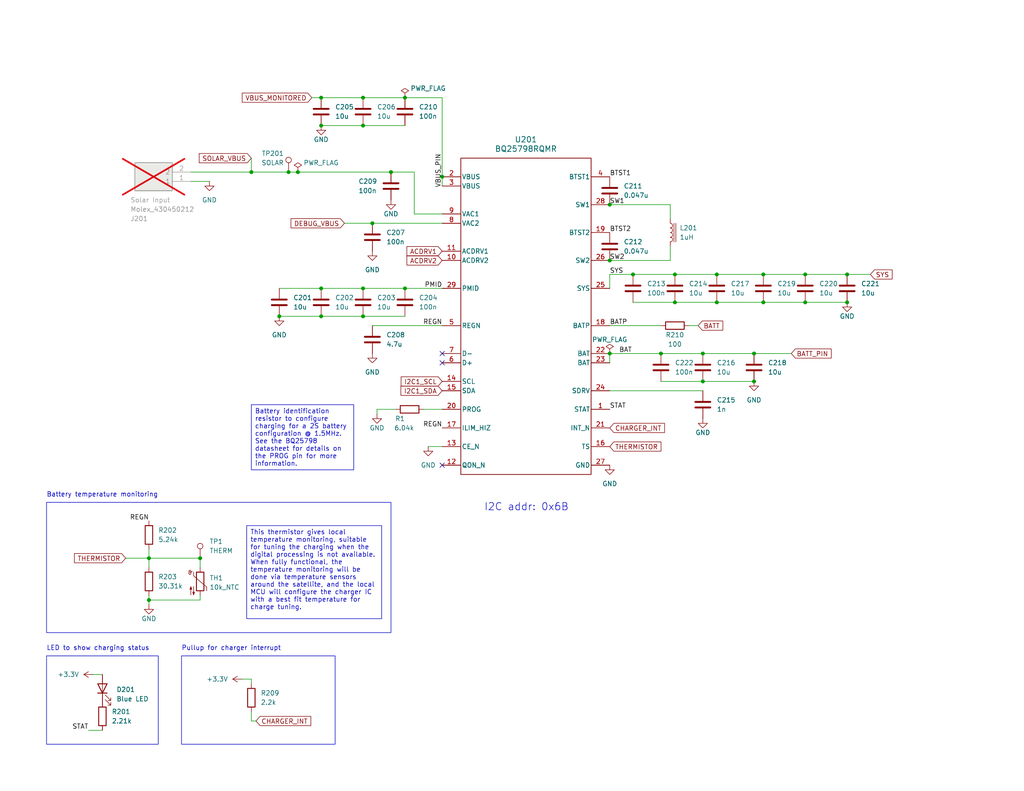
<source format=kicad_sch>
(kicad_sch (version 20230121) (generator eeschema)
  (paper "USLetter")
  (lib_symbols
    (symbol "Device:C" (pin_numbers hide) (pin_names (offset 0.254))
      (property "Reference" "C" (at 0.635 2.54 0))
      (property "Value" "C" (at 0.635 -2.54 0))
      (symbol "C_0_1"
        (polyline (pts (xy -2.032 -0.762) (xy 2.032 -0.762)) (stroke (width 0.508)))
        (polyline (pts (xy -2.032 0.762) (xy 2.032 0.762)) (stroke (width 0.508)))
      )
      (symbol "C_1_1"
        (pin passive line (at 0 3.81 270) (length 2.794) (name "~") (number "1"))
        (pin passive line (at 0 -3.81 90) (length 2.794) (name "~") (number "2"))
      )
    )
    (symbol "Device:LED" (pin_numbers hide) (pin_names (offset 1.016) hide)
      (property "Reference" "D" (at 0 2.54 0))
      (property "Value" "LED" (at 0 -2.54 0))
      (symbol "LED_0_1"
        (polyline (pts (xy -1.27 -1.27) (xy -1.27 1.27)) (stroke (width 0.254)))
        (polyline (pts (xy -1.27 0) (xy 1.27 0)))
        (polyline (pts (xy 1.27 -1.27) (xy 1.27 1.27) (xy -1.27 0) (xy 1.27 -1.27)) (stroke (width 0.254)))
        (polyline (pts (xy -3.048 -0.762) (xy -4.572 -2.286) (xy -3.81 -2.286) (xy -4.572 -2.286) (xy -4.572 -1.524)))
        (polyline (pts (xy -1.778 -0.762) (xy -3.302 -2.286) (xy -2.54 -2.286) (xy -3.302 -2.286) (xy -3.302 -1.524)))
      )
      (symbol "LED_1_1"
        (pin passive line (at -3.81 0 0) (length 2.54) (name "K") (number "1"))
        (pin passive line (at 3.81 0 180) (length 2.54) (name "A") (number "2"))
      )
    )
    (symbol "Device:L_Iron" (pin_numbers hide) (pin_names (offset 1.016) hide)
      (property "Reference" "L" (at -1.27 0 90))
      (property "Value" "L_Iron" (at 2.794 0 90))
      (symbol "L_Iron_0_1"
        (arc (start 0 -2.54) (mid 0.6323 -1.905) (end 0 -1.27))
        (arc (start 0 -1.27) (mid 0.6323 -0.635) (end 0 0))
        (polyline (pts (xy 1.016 2.54) (xy 1.016 -2.54)))
        (polyline (pts (xy 1.524 -2.54) (xy 1.524 2.54)))
        (arc (start 0 0) (mid 0.6323 0.635) (end 0 1.27))
        (arc (start 0 1.27) (mid 0.6323 1.905) (end 0 2.54))
      )
      (symbol "L_Iron_1_1"
        (pin passive line (at 0 3.81 270) (length 1.27) (name "1") (number "1"))
        (pin passive line (at 0 -3.81 90) (length 1.27) (name "2") (number "2"))
      )
    )
    (symbol "Device:R" (pin_numbers hide) (pin_names (offset 0))
      (property "Reference" "R" (at 2.032 0 90))
      (property "Value" "R" (at 0 0 90))
      (symbol "R_0_1"
        (rectangle (start -1.016 -2.54) (end 1.016 2.54) (stroke (width 0.254)))
      )
      (symbol "R_1_1"
        (pin passive line (at 0 3.81 270) (length 1.27) (name "~") (number "1"))
        (pin passive line (at 0 -3.81 90) (length 1.27) (name "~") (number "2"))
      )
    )
    (symbol "Device:Thermistor_NTC" (pin_numbers hide) (pin_names (offset 0))
      (property "Reference" "TH" (at -4.445 0 90))
      (property "Value" "Thermistor_NTC" (at 3.175 0 90))
      (symbol "Thermistor_NTC_0_1"
        (arc (start -3.048 2.159) (mid -3.0495 2.3143) (end -3.175 2.413))
        (arc (start -3.048 2.159) (mid -2.9736 1.9794) (end -2.794 1.905))
        (arc (start -3.048 2.794) (mid -2.9736 2.6144) (end -2.794 2.54))
        (arc (start -2.794 1.905) (mid -2.6144 1.9794) (end -2.54 2.159))
        (arc (start -2.794 2.54) (mid -2.4393 2.5587) (end -2.159 2.794))
        (arc (start -2.794 3.048) (mid -2.9736 2.9736) (end -3.048 2.794))
        (arc (start -2.54 2.794) (mid -2.6144 2.9736) (end -2.794 3.048))
        (rectangle (start -1.016 2.54) (end 1.016 -2.54) (stroke (width 0.254)))
        (polyline (pts (xy -2.54 2.159) (xy -2.54 2.794)))
        (polyline (pts (xy -1.778 2.54) (xy -1.778 1.524) (xy 1.778 -1.524) (xy 1.778 -2.54)))
        (polyline (pts (xy -2.54 -3.683) (xy -2.54 -1.397) (xy -2.794 -2.159) (xy -2.286 -2.159) (xy -2.54 -1.397) (xy -2.54 -1.651)) (fill (type outline)))
        (polyline (pts (xy -1.778 -1.397) (xy -1.778 -3.683) (xy -2.032 -2.921) (xy -1.524 -2.921) (xy -1.778 -3.683) (xy -1.778 -3.429)) (fill (type outline)))
      )
      (symbol "Thermistor_NTC_1_1"
        (pin passive line (at 0 3.81 270) (length 1.27) (name "~") (number "1"))
        (pin passive line (at 0 -3.81 90) (length 1.27) (name "~") (number "2"))
      )
    )
    (symbol "JST B02B-XASK-1 (LF)(SN):B02B-XASK-1__LF__SN_"
      (property "Reference" "J" (at 16.51 7.62 0))
      (property "Value" "B02B-XASK-1__LF__SN_" (at 16.51 5.08 0))
      (symbol "B02B-XASK-1__LF__SN__1_1"
        (rectangle (start 5.08 2.54) (end 15.24 -5.08) (stroke (width 0.254)) (fill (type background)))
        (pin passive line (at 0 -2.54 0) (length 5.08) (name "1") (number "1"))
        (pin passive line (at 0 0 0) (length 5.08) (name "2") (number "2"))
      )
    )
    (symbol "TI BQ25798:BQ25798RQMR" (pin_names (offset 0.254))
      (property "Reference" "U" (at 0 2.54 0))
      (property "Value" "BQ25798RQMR" (at 0 0 0))
      (symbol "BQ25798RQMR_0_1"
        (polyline (pts (xy 5.08 -81.28) (xy 40.64 -81.28)) (stroke (width 0.2032)))
        (polyline (pts (xy 5.08 5.08) (xy 5.08 -81.28)) (stroke (width 0.2032)))
        (polyline (pts (xy 40.64 -81.28) (xy 40.64 5.08)) (stroke (width 0.2032)))
        (polyline (pts (xy 40.64 5.08) (xy 5.08 5.08)) (stroke (width 0.2032)))
        (pin output line (at 45.72 -63.5 180) (length 5.08) (name "STAT") (number "1"))
        (pin input line (at 0 -78.74 0) (length 5.08) (name "QON_N") (number "12"))
        (pin input line (at 0 -73.66 0) (length 5.08) (name "CE_N") (number "13"))
        (pin input line (at 0 -55.88 0) (length 5.08) (name "SCL") (number "14"))
        (pin bidirectional line (at 0 -58.42 0) (length 5.08) (name "SDA") (number "15"))
        (pin input line (at 45.72 -73.66 180) (length 5.08) (name "TS") (number "16"))
        (pin input line (at 0 -68.58 0) (length 5.08) (name "ILIM_HIZ") (number "17"))
        (pin input line (at 45.72 -40.64 180) (length 5.08) (name "BATP") (number "18"))
        (pin bidirectional line (at 45.72 -15.24 180) (length 5.08) (name "BTST2") (number "19"))
        (pin power_in line (at 0 0 0) (length 5.08) (name "VBUS") (number "2"))
        (pin input line (at 0 -63.5 0) (length 5.08) (name "PROG") (number "20"))
        (pin output line (at 45.72 -68.58 180) (length 5.08) (name "INT_N") (number "21"))
        (pin output line (at 45.72 -58.42 180) (length 5.08) (name "SDRV") (number "24"))
        (pin bidirectional line (at 45.72 -22.86 180) (length 5.08) (name "SW2") (number "26"))
        (pin power_in line (at 45.72 -78.74 180) (length 5.08) (name "GND") (number "27"))
        (pin bidirectional line (at 45.72 -7.62 180) (length 5.08) (name "SW1") (number "28"))
        (pin bidirectional line (at 0 -30.48 0) (length 5.08) (name "PMID") (number "29"))
        (pin power_in line (at 0 -2.54 0) (length 5.08) (name "VBUS") (number "3"))
        (pin bidirectional line (at 45.72 0 180) (length 5.08) (name "BTST1") (number "4"))
        (pin power_out line (at 0 -40.64 0) (length 5.08) (name "REGN") (number "5"))
        (pin bidirectional line (at 0 -50.8 0) (length 5.08) (name "D+") (number "6"))
        (pin bidirectional line (at 0 -48.26 0) (length 5.08) (name "D-") (number "7"))
        (pin power_in line (at 0 -12.7 0) (length 5.08) (name "VAC2") (number "8"))
        (pin power_in line (at 0 -10.16 0) (length 5.08) (name "VAC1") (number "9"))
      )
      (symbol "BQ25798RQMR_1_1"
        (pin output line (at 0 -22.86 0) (length 5.08) (name "ACDRV2") (number "10"))
        (pin output line (at 0 -20.32 0) (length 5.08) (name "ACDRV1") (number "11"))
        (pin power_in line (at 45.72 -48.26 180) (length 5.08) (name "BAT") (number "22"))
        (pin power_in line (at 45.72 -50.8 180) (length 5.08) (name "BAT") (number "23"))
        (pin power_out line (at 45.72 -30.48 180) (length 5.08) (name "SYS") (number "25"))
      )
    )
    (symbol "TVSC:Large_Decoupling_Capacitor" (pin_numbers hide) (pin_names (offset 0.254))
      (property "Reference" "C" (at 0.635 2.54 0))
      (property "Value" "10u" (at 0.635 -2.54 0))
      (symbol "Large_Decoupling_Capacitor_0_1"
        (polyline (pts (xy -2.032 -0.762) (xy 2.032 -0.762)) (stroke (width 0.508)))
        (polyline (pts (xy -2.032 0.762) (xy 2.032 0.762)) (stroke (width 0.508)))
      )
      (symbol "Large_Decoupling_Capacitor_1_1"
        (pin passive line (at 0 3.81 270) (length 2.794) (name "~") (number "1"))
        (pin passive line (at 0 -3.81 90) (length 2.794) (name "~") (number "2"))
      )
    )
    (symbol "TVSC:Small_Decoupling_Capacitor" (pin_numbers hide) (pin_names (offset 0.254))
      (property "Reference" "C" (at 0.635 2.54 0))
      (property "Value" "100n" (at 0.635 -2.54 0))
      (symbol "Small_Decoupling_Capacitor_0_1"
        (polyline (pts (xy -2.032 -0.762) (xy 2.032 -0.762)) (stroke (width 0.508)))
        (polyline (pts (xy -2.032 0.762) (xy 2.032 0.762)) (stroke (width 0.508)))
      )
      (symbol "Small_Decoupling_Capacitor_1_1"
        (pin passive line (at 0 3.81 270) (length 2.794) (name "~") (number "1"))
        (pin passive line (at 0 -3.81 90) (length 2.794) (name "~") (number "2"))
      )
    )
    (symbol "TVSC:TestPoint_Keystone_5002" (pin_numbers hide) (pin_names (offset 0.762) hide)
      (property "Reference" "TP" (at 0 6.858 0))
      (property "Value" "TestPoint" (at 0 5.08 0))
      (symbol "TestPoint_Keystone_5002_0_1"
        (circle (center 0 3.302) (radius 0.762))
      )
      (symbol "TestPoint_Keystone_5002_1_1"
        (pin passive line (at 0 0 90) (length 2.54) (name "1") (number "1"))
      )
    )
    (symbol "power:+3.3V" (power) (pin_names (offset 0))
      (property "Value" "+3.3V" (at 0 3.556 0))
      (symbol "+3.3V_0_1"
        (polyline (pts (xy -0.762 1.27) (xy 0 2.54)))
        (polyline (pts (xy 0 0) (xy 0 2.54)))
        (polyline (pts (xy 0 2.54) (xy 0.762 1.27)))
      )
      (symbol "+3.3V_1_1"
        (pin power_in line (at 0 0 90) (length 0) hide (name "+3.3V") (number "1"))
      )
    )
    (symbol "power:GND" (power) (pin_names (offset 0))
      (property "Value" "GND" (at 0 -3.81 0))
      (symbol "GND_0_1"
        (polyline (pts (xy 0 0) (xy 0 -1.27) (xy 1.27 -1.27) (xy 0 -2.54) (xy -1.27 -1.27) (xy 0 -1.27)))
      )
      (symbol "GND_1_1"
        (pin power_in line (at 0 0 270) (length 0) hide (name "GND") (number "1"))
      )
    )
    (symbol "power:PWR_FLAG" (power) (pin_numbers hide) (pin_names (offset 0) hide)
      (property "Value" "PWR_FLAG" (at 0 3.81 0))
      (symbol "PWR_FLAG_0_0"
        (pin power_out line (at 0 0 90) (length 0) (name "pwr") (number "1"))
      )
      (symbol "PWR_FLAG_0_1"
        (polyline (pts (xy 0 0) (xy 0 1.27) (xy -1.016 1.905) (xy 0 2.54) (xy 1.016 1.905) (xy 0 1.27)))
      )
    )
  )
  (junction (at 87.63 86.36))
  (junction (at 99.06 34.29))
  (junction (at 110.49 78.74))
  (junction (at 40.64 163.83))
  (junction (at 195.58 74.93))
  (junction (at 99.06 26.67))
  (junction (at 54.61 152.4))
  (junction (at 205.74 104.14))
  (junction (at 99.06 86.36))
  (junction (at 219.71 82.55))
  (junction (at 231.14 82.55))
  (junction (at 231.14 74.93))
  (junction (at 68.58 46.99))
  (junction (at 110.49 26.67))
  (junction (at 208.28 74.93))
  (junction (at 184.15 82.55))
  (junction (at 99.06 78.74))
  (junction (at 87.63 78.74))
  (junction (at 166.37 96.52))
  (junction (at 87.63 34.29))
  (junction (at 205.74 96.52))
  (junction (at 172.72 74.93))
  (junction (at 166.37 71.12))
  (junction (at 120.65 48.26))
  (junction (at 76.2 86.36))
  (junction (at 81.28 46.99))
  (junction (at 40.64 152.4))
  (junction (at 219.71 74.93))
  (junction (at 166.37 55.88))
  (junction (at 180.34 96.52))
  (junction (at 106.68 46.99))
  (junction (at 101.6 60.96))
  (junction (at 78.74 46.99))
  (junction (at 184.15 74.93))
  (junction (at 191.77 96.52))
  (junction (at 87.63 26.67))
  (junction (at 195.58 82.55))
  (junction (at 191.77 104.14))
  (junction (at 208.28 82.55))
  (no_connect (at 120.65 99.06))
  (no_connect (at 120.65 96.52))
  (no_connect (at 120.65 127))
  (wire (pts (xy 40.64 149.86) (xy 40.64 152.4)))
  (wire (pts (xy 180.34 88.9) (xy 166.37 88.9)))
  (wire (pts (xy 76.2 78.74) (xy 87.63 78.74)))
  (wire (pts (xy 182.88 59.69) (xy 182.88 55.88)))
  (wire (pts (xy 99.06 26.67) (xy 110.49 26.67)))
  (wire (pts (xy 87.63 78.74) (xy 99.06 78.74)))
  (wire (pts (xy 208.28 82.55) (xy 219.71 82.55)))
  (wire (pts (xy 110.49 78.74) (xy 120.65 78.74)))
  (wire (pts (xy 205.74 96.52) (xy 215.9 96.52)))
  (wire (pts (xy 116.84 121.92) (xy 120.65 121.92)))
  (wire (pts (xy 40.64 152.4) (xy 40.64 154.94)))
  (wire (pts (xy 54.61 162.56) (xy 54.61 163.83)))
  (wire (pts (xy 180.34 96.52) (xy 191.77 96.52)))
  (wire (pts (xy 87.63 34.29) (xy 99.06 34.29)))
  (wire (pts (xy 93.98 60.96) (xy 101.6 60.96)))
  (wire (pts (xy 219.71 74.93) (xy 231.14 74.93)))
  (wire (pts (xy 40.64 162.56) (xy 40.64 163.83)))
  (wire (pts (xy 102.87 113.03) (xy 102.87 111.76)))
  (wire (pts (xy 68.58 43.18) (xy 68.58 46.99)))
  (wire (pts (xy 87.63 86.36) (xy 99.06 86.36)))
  (wire (pts (xy 120.65 48.26) (xy 120.65 50.8)))
  (wire (pts (xy 219.71 82.55) (xy 231.14 82.55)))
  (wire (pts (xy 231.14 74.93) (xy 237.49 74.93)))
  (wire (pts (xy 99.06 34.29) (xy 110.49 34.29)))
  (wire (pts (xy 166.37 71.12) (xy 182.88 71.12)))
  (wire (pts (xy 166.37 74.93) (xy 166.37 78.74)))
  (wire (pts (xy 115.57 111.76) (xy 120.65 111.76)))
  (wire (pts (xy 184.15 82.55) (xy 195.58 82.55)))
  (wire (pts (xy 184.15 74.93) (xy 195.58 74.93)))
  (wire (pts (xy 99.06 78.74) (xy 110.49 78.74)))
  (wire (pts (xy 34.29 152.4) (xy 40.64 152.4)))
  (wire (pts (xy 52.07 46.99) (xy 68.58 46.99)))
  (wire (pts (xy 81.28 46.99) (xy 106.68 46.99)))
  (wire (pts (xy 101.6 60.96) (xy 120.65 60.96)))
  (wire (pts (xy 78.74 46.99) (xy 81.28 46.99)))
  (wire (pts (xy 166.37 96.52) (xy 166.37 99.06)))
  (wire (pts (xy 66.04 185.42) (xy 68.58 185.42)))
  (wire (pts (xy 69.85 196.85) (xy 68.58 196.85)))
  (wire (pts (xy 110.49 26.67) (xy 120.65 26.67)))
  (wire (pts (xy 102.87 111.76) (xy 107.95 111.76)))
  (wire (pts (xy 180.34 104.14) (xy 191.77 104.14)))
  (wire (pts (xy 68.58 196.85) (xy 68.58 194.31)))
  (wire (pts (xy 68.58 185.42) (xy 68.58 186.69)))
  (wire (pts (xy 113.03 46.99) (xy 113.03 58.42)))
  (wire (pts (xy 40.64 163.83) (xy 40.64 165.1)))
  (wire (pts (xy 191.77 96.52) (xy 205.74 96.52)))
  (wire (pts (xy 99.06 86.36) (xy 110.49 86.36)))
  (wire (pts (xy 76.2 86.36) (xy 87.63 86.36)))
  (wire (pts (xy 106.68 46.99) (xy 113.03 46.99)))
  (wire (pts (xy 40.64 152.4) (xy 54.61 152.4)))
  (wire (pts (xy 101.6 88.9) (xy 120.65 88.9)))
  (wire (pts (xy 52.07 49.53) (xy 57.15 49.53)))
  (wire (pts (xy 68.58 46.99) (xy 78.74 46.99)))
  (wire (pts (xy 208.28 74.93) (xy 219.71 74.93)))
  (wire (pts (xy 54.61 154.94) (xy 54.61 152.4)))
  (wire (pts (xy 195.58 82.55) (xy 208.28 82.55)))
  (wire (pts (xy 166.37 96.52) (xy 180.34 96.52)))
  (wire (pts (xy 54.61 163.83) (xy 40.64 163.83)))
  (wire (pts (xy 24.13 199.39) (xy 27.94 199.39)))
  (wire (pts (xy 166.37 106.68) (xy 191.77 106.68)))
  (wire (pts (xy 85.09 26.67) (xy 87.63 26.67)))
  (wire (pts (xy 187.96 88.9) (xy 190.5 88.9)))
  (wire (pts (xy 120.65 26.67) (xy 120.65 48.26)))
  (wire (pts (xy 182.88 67.31) (xy 182.88 71.12)))
  (wire (pts (xy 195.58 74.93) (xy 208.28 74.93)))
  (wire (pts (xy 172.72 74.93) (xy 184.15 74.93)))
  (wire (pts (xy 191.77 104.14) (xy 205.74 104.14)))
  (wire (pts (xy 161.29 96.52) (xy 166.37 96.52)))
  (wire (pts (xy 166.37 74.93) (xy 172.72 74.93)))
  (wire (pts (xy 113.03 58.42) (xy 120.65 58.42)))
  (wire (pts (xy 25.4 184.15) (xy 27.94 184.15)))
  (wire (pts (xy 87.63 26.67) (xy 99.06 26.67)))
  (wire (pts (xy 166.37 55.88) (xy 182.88 55.88)))
  (wire (pts (xy 172.72 82.55) (xy 184.15 82.55)))
  (rectangle (start 12.7 179.07) (end 43.18 203.2))
  (rectangle (start 12.7 137.16) (end 106.68 172.72))
  (rectangle (start 49.53 179.07) (end 91.44 203.2))
  (rectangle (start 295.91 157.48) (end 295.91 157.48))
  (text_box "Battery identification resistor to configure charging for a 2S battery configuration @ 1.5MHz. See the BQ25798 datasheet for details on the PROG pin for more information." (at 68.58 110.49 0) (size 27.94 17.78) (effects (font (size 1.27 1.27)) (justify left top)))
  (text_box "This thermistor gives local temperature monitoring, suitable for tuning the charging when the digital processing is not available. When fully functional, the temperature monitoring will be done via temperature sensors around the satellite, and the local MCU will configure the charger IC with a best fit temperature for charge tuning." (at 67.31 143.51 0) (size 36.83 25.4) (effects (font (size 1.27 1.27)) (justify left top)))
  (text "Pullup for charger interrupt" (at 49.53 177.8 0) (effects (font (size 1.27 1.27)) (justify left bottom)))
  (text "Battery temperature monitoring" (at 12.7 135.89 0) (effects (font (size 1.27 1.27)) (justify left bottom)))
  (text "I2C addr: 0x6B" (at 132.08 139.7 0) (effects (font (size 2 2)) (justify left bottom)))
  (text "LED to show charging status" (at 12.7 177.8 0) (effects (font (size 1.27 1.27)) (justify left bottom)))
  (label "REGN" (at 120.65 88.9 180))
  (label "STAT" (at 24.13 199.39 180))
  (label "VBUS_PIN" (at 120.65 41.91 270))
  (label "BAT" (at 168.91 96.52 0))
  (label "PMID" (at 120.65 78.74 180))
  (label "SW1" (at 166.37 55.88 0))
  (label "BATP" (at 166.37 88.9 0))
  (label "BTST2" (at 166.37 63.5 0))
  (label "STAT" (at 166.37 111.76 0))
  (label "REGN" (at 120.65 116.84 180))
  (label "SW2" (at 166.37 71.12 0))
  (label "SYS" (at 166.37 74.93 0))
  (label "BTST1" (at 166.37 48.26 0))
  (label "REGN" (at 40.64 142.24 180))
  (global_label "SYS" (shape input) (at 237.49 74.93 0) (property "Intersheetrefs" "${INTERSHEET_REFS}" (at 243.9828 74.93 0) (effects (justify left))))
  (global_label "DEBUG_VBUS" (shape input) (at 93.98 60.96 180) (property "Intersheetrefs" "${INTERSHEET_REFS}" (at 78.8391 60.96 0) (effects (justify right))))
  (global_label "ACDRV2" (shape input) (at 120.65 71.12 180) (property "Intersheetrefs" "${INTERSHEET_REFS}" (at 110.4681 71.12 0) (effects (justify right))))
  (global_label "THERMISTOR" (shape input) (at 34.29 152.4 180) (property "Intersheetrefs" "${INTERSHEET_REFS}" (at 19.7539 152.4 0) (effects (justify right))))
  (global_label "ACDRV1" (shape input) (at 120.65 68.58 180) (property "Intersheetrefs" "${INTERSHEET_REFS}" (at 110.4681 68.58 0) (effects (justify right))))
  (global_label "VBUS_MONITORED" (shape input) (at 85.09 26.67 180) (property "Intersheetrefs" "${INTERSHEET_REFS}" (at 65.5343 26.67 0) (effects (justify right))))
  (global_label "CHARGER_INT" (shape input) (at 69.85 196.85 0) (property "Intersheetrefs" "${INTERSHEET_REFS}" (at 85.3538 196.85 0) (effects (justify left))))
  (global_label "BATT_PIN" (shape input) (at 215.9 96.52 0) (property "Intersheetrefs" "${INTERSHEET_REFS}" (at 227.3519 96.52 0) (effects (justify left))))
  (global_label "I2C1_SDA" (shape input) (at 120.65 106.68 180) (property "Intersheetrefs" "${INTERSHEET_REFS}" (at 108.8353 106.68 0) (effects (justify right))))
  (global_label "BATT" (shape input) (at 190.5 88.9 0) (property "Intersheetrefs" "${INTERSHEET_REFS}" (at 197.779 88.9 0) (effects (justify left))))
  (global_label "THERMISTOR" (shape input) (at 166.37 121.92 0) (property "Intersheetrefs" "${INTERSHEET_REFS}" (at 180.9061 121.92 0) (effects (justify left))))
  (global_label "I2C1_SCL" (shape input) (at 120.65 104.14 180) (property "Intersheetrefs" "${INTERSHEET_REFS}" (at 108.8958 104.14 0) (effects (justify right))))
  (global_label "CHARGER_INT" (shape input) (at 166.37 116.84 0) (property "Intersheetrefs" "${INTERSHEET_REFS}" (at 181.8738 116.84 0) (effects (justify left))))
  (global_label "SOLAR_VBUS" (shape input) (at 68.58 43.18 180) (property "Intersheetrefs" "${INTERSHEET_REFS}" (at 53.8019 43.18 0) (effects (justify right))))
  (symbol (lib_id "TVSC:Small_Decoupling_Capacitor") (at 110.49 30.48 0) (unit 1)
    (property "Reference" "C210" (at 114.3 29.21 0) (effects (justify left)))
    (property "Value" "100n" (at 114.3 31.75 0) (effects (justify left)))
    (property "Footprint" "footprints:Nondescript_C_0402_1005Metric" (effects hide))
    (property "Datasheet" "https://www.murata.com/en-us/products/productdetail?partno=GCM155R71H104KE02%23" (effects hide))
    (property "Manufacturer" "Murata Electronics" (effects hide))
    (property "Manufacturer Part Number" "GCM155R71H104KE02J" (effects hide))
    (property "Designed Manufacturer" "TDK" (effects hide))
    (property "Designed Part Number" "C1005X7R1H104K050BE" (effects hide))
    (property "MPN" "C2649549" (effects hide))
    (property "Active" "Y" (effects hide))
    (property "Specs" "50V" (effects hide))
  )
  (symbol (lib_id "TVSC:Large_Decoupling_Capacitor") (at 219.71 78.74 0) (unit 1)
    (property "Reference" "C220" (at 223.52 77.47 0) (effects (justify left)))
    (property "Value" "10u" (at 223.52 80.01 0) (effects (justify left)))
    (property "Footprint" "footprints:Nondescript_C_0603_1608Metric" (effects hide))
    (property "Datasheet" "https://www.murata.com/en-us/products/productdetail?partno=GRM188R61E106KA73%23" (effects hide))
    (property "Manufacturer" "Murata Electronics" (effects hide))
    (property "Manufacturer Part Number" "GRM188R61E106KA73D" (effects hide))
    (property "Designed Manufacturer" "TDK" (effects hide))
    (property "Designed Part Number" "C2012X5R1E106K125AB " (effects hide))
    (property "MPN" "C344022" (effects hide))
    (property "Specs" "25V" (effects hide))
  )
  (symbol (lib_id "power:PWR_FLAG") (at 166.37 96.52 0) (unit 1)
    (property "Reference" "#FLG0203" (effects hide))
    (property "Value" "PWR_FLAG" (at 166.37 92.71 0))
  )
  (symbol (lib_id "Device:Thermistor_NTC") (at 54.61 158.75 0) (unit 1)
    (property "Reference" "TH1" (at 57.15 157.7975 0) (effects (justify left)))
    (property "Value" "10k_NTC" (at 57.15 160.3375 0) (effects (justify left)))
    (property "Footprint" "Resistor_SMD:R_0402_1005Metric" (effects hide))
    (property "Active" "Y" (effects hide))
    (property "MPN" "C209959" (effects hide))
    (property "Manufacturer" "TDK" (effects hide))
    (property "Manufacturer Part Number" "NTCG103JF103FT1" (effects hide))
  )
  (symbol (lib_id "power:GND") (at 231.14 82.55 0) (unit 1)
    (property "Reference" "#PWR0217" (effects hide))
    (property "Value" "GND" (at 231.14 86.36 0))
  )
  (symbol (lib_id "TVSC:Small_Decoupling_Capacitor") (at 172.72 78.74 0) (unit 1)
    (property "Reference" "C213" (at 176.53 77.47 0) (effects (justify left)))
    (property "Value" "100n" (at 176.53 80.01 0) (effects (justify left)))
    (property "Footprint" "footprints:Nondescript_C_0402_1005Metric" (effects hide))
    (property "Datasheet" "https://www.murata.com/en-us/products/productdetail?partno=GCM155R71H104KE02%23" (effects hide))
    (property "Manufacturer" "Murata Electronics" (effects hide))
    (property "Manufacturer Part Number" "GCM155R71H104KE02J" (effects hide))
    (property "Designed Manufacturer" "TDK" (effects hide))
    (property "Designed Part Number" "C1005X7R1H104K050BE" (effects hide))
    (property "MPN" "C2649549" (effects hide))
    (property "Active" "Y" (effects hide))
    (property "Specs" "50V" (effects hide))
  )
  (symbol (lib_id "TVSC:Small_Decoupling_Capacitor") (at 106.68 50.8 0) (unit 1)
    (property "Reference" "C209" (at 97.79 49.53 0) (effects (justify left)))
    (property "Value" "100n" (at 97.79 52.07 0) (effects (justify left)))
    (property "Footprint" "footprints:Nondescript_C_0402_1005Metric" (effects hide))
    (property "Datasheet" "https://www.murata.com/en-us/products/productdetail?partno=GCM155R71H104KE02%23" (effects hide))
    (property "Manufacturer" "Murata Electronics" (effects hide))
    (property "Manufacturer Part Number" "GCM155R71H104KE02J" (effects hide))
    (property "Designed Manufacturer" "TDK" (effects hide))
    (property "Designed Part Number" "C1005X7R1H104K050BE" (effects hide))
    (property "MPN" "C2649549" (effects hide))
    (property "Active" "Y" (effects hide))
    (property "Specs" "50V" (effects hide))
  )
  (symbol (lib_id "Device:R") (at 184.15 88.9 90) (unit 1)
    (property "Reference" "R210" (at 184.15 91.44 90))
    (property "Value" "100" (at 184.15 93.98 90))
    (property "Footprint" "Resistor_SMD:R_0603_1608Metric" (effects hide))
    (property "MPN" "C105588" (effects hide))
    (property "Manufacturer" "YAGEO" (effects hide))
    (property "Manufacturer Part Number" "RC0603FR-07100RL " (effects hide))
    (property "Active" "Y" (effects hide))
  )
  (symbol (lib_id "TVSC:Large_Decoupling_Capacitor") (at 195.58 78.74 0) (unit 1)
    (property "Reference" "C217" (at 199.39 77.47 0) (effects (justify left)))
    (property "Value" "10u" (at 199.39 80.01 0) (effects (justify left)))
    (property "Footprint" "footprints:Nondescript_C_0603_1608Metric" (effects hide))
    (property "Datasheet" "https://www.murata.com/en-us/products/productdetail?partno=GRM188R61E106KA73%23" (effects hide))
    (property "Manufacturer" "Murata Electronics" (effects hide))
    (property "Manufacturer Part Number" "GRM188R61E106KA73D" (effects hide))
    (property "Designed Manufacturer" "TDK" (effects hide))
    (property "Designed Part Number" "C2012X5R1E106K125AB " (effects hide))
    (property "MPN" "C344022" (effects hide))
    (property "Specs" "25V" (effects hide))
  )
  (symbol (lib_id "power:+3.3V") (at 66.04 185.42 90) (unit 1)
    (property "Reference" "#PWR0205" (effects hide))
    (property "Value" "+3.3V" (at 62.23 185.42 90) (effects (justify left)))
  )
  (symbol (lib_id "TVSC:Large_Decoupling_Capacitor") (at 184.15 78.74 0) (unit 1)
    (property "Reference" "C214" (at 187.96 77.47 0) (effects (justify left)))
    (property "Value" "10u" (at 187.96 80.01 0) (effects (justify left)))
    (property "Footprint" "footprints:Nondescript_C_0603_1608Metric" (effects hide))
    (property "Datasheet" "https://www.murata.com/en-us/products/productdetail?partno=GRM188R61E106KA73%23" (effects hide))
    (property "Manufacturer" "Murata Electronics" (effects hide))
    (property "Manufacturer Part Number" "GRM188R61E106KA73D" (effects hide))
    (property "Designed Manufacturer" "TDK" (effects hide))
    (property "Designed Part Number" "C2012X5R1E106K125AB " (effects hide))
    (property "MPN" "C344022" (effects hide))
    (property "Specs" "25V" (effects hide))
  )
  (symbol (lib_id "TVSC:Large_Decoupling_Capacitor") (at 205.74 100.33 0) (unit 1)
    (property "Reference" "C218" (at 209.55 99.06 0) (effects (justify left)))
    (property "Value" "10u" (at 209.55 101.6 0) (effects (justify left)))
    (property "Footprint" "footprints:Nondescript_C_0603_1608Metric" (effects hide))
    (property "Datasheet" "https://www.murata.com/en-us/products/productdetail?partno=GRM188R61E106KA73%23" (effects hide))
    (property "MPN" "C344022" (effects hide))
    (property "Manufacturer" "Murata Electronics" (effects hide))
    (property "Manufacturer Part Number" "GRM188R61E106KA73D" (effects hide))
    (property "Specs" "25V" (effects hide))
  )
  (symbol (lib_id "power:GND") (at 116.84 121.92 0) (unit 1)
    (property "Reference" "#PWR0211" (effects hide))
    (property "Value" "GND" (at 116.84 127 0))
  )
  (symbol (lib_id "TVSC:Small_Decoupling_Capacitor") (at 180.34 100.33 0) (unit 1)
    (property "Reference" "C222" (at 184.15 99.06 0) (effects (justify left)))
    (property "Value" "100n" (at 184.15 101.6 0) (effects (justify left)))
    (property "Footprint" "footprints:Nondescript_C_0402_1005Metric" (effects hide))
    (property "Datasheet" "https://www.murata.com/en-us/products/productdetail?partno=GCM155R71H104KE02%23" (effects hide))
    (property "Manufacturer" "Murata Electronics" (effects hide))
    (property "Manufacturer Part Number" "GCM155R71H104KE02J" (effects hide))
    (property "Designed Manufacturer" "TDK" (effects hide))
    (property "Designed Part Number" "C1005X7R1H104K050BE" (effects hide))
    (property "MPN" "C2649549" (effects hide))
    (property "Active" "Y" (effects hide))
    (property "Specs" "50V" (effects hide))
  )
  (symbol (lib_id "TVSC:Large_Decoupling_Capacitor") (at 231.14 78.74 0) (unit 1)
    (property "Reference" "C221" (at 234.95 77.47 0) (effects (justify left)))
    (property "Value" "10u" (at 234.95 80.01 0) (effects (justify left)))
    (property "Footprint" "footprints:Nondescript_C_0603_1608Metric" (effects hide))
    (property "Datasheet" "https://www.murata.com/en-us/products/productdetail?partno=GRM188R61E106KA73%23" (effects hide))
    (property "Manufacturer" "Murata Electronics" (effects hide))
    (property "Manufacturer Part Number" "GRM188R61E106KA73D" (effects hide))
    (property "Designed Manufacturer" "TDK" (effects hide))
    (property "Designed Part Number" "C2012X5R1E106K125AB " (effects hide))
    (property "MPN" "C344022" (effects hide))
    (property "Specs" "25V" (effects hide))
  )
  (symbol (lib_id "JST B02B-XASK-1 (LF)(SN):B02B-XASK-1__LF__SN_") (at 52.07 46.99 0) (mirror y) (unit 1) (dnp yes)
    (property "Reference" "J201" (at 35.56 59.69 0) (effects (justify right)))
    (property "Value" "Molex_430450212" (at 35.56 57.15 0) (effects (justify right)))
    (property "Footprint" "footprints:Molex_430450212" (effects hide))
    (property "Datasheet" "https://www.molex.com/en-us/products/part-detail/430450212" (effects hide))
    (property "Manufacturer_Name" "Molex" (effects hide))
    (property "Manufacturer_Part_Number" "430450212" (effects hide))
    (property "Purpose" "Solar Input" (at 35.56 54.61 0) (effects (justify right)))
    (property "MPN" "C293362" (effects hide))
    (property "Manufacturer" "Molex" (effects hide))
    (property "Manufacturer Part Number" "430450212" (effects hide))
    (property "Active" "Y" (effects hide))
  )
  (symbol (lib_id "power:GND") (at 57.15 49.53 0) (unit 1)
    (property "Reference" "#PWR05" (effects hide))
    (property "Value" "GND" (at 57.15 54.61 0))
  )
  (symbol (lib_id "power:GND") (at 76.2 86.36 0) (unit 1)
    (property "Reference" "#PWR0204" (effects hide))
    (property "Value" "GND" (at 76.2 91.44 0))
  )
  (symbol (lib_id "TVSC:Large_Decoupling_Capacitor") (at 87.63 30.48 0) (unit 1)
    (property "Reference" "C205" (at 91.44 29.21 0) (effects (justify left)))
    (property "Value" "10u" (at 91.44 31.75 0) (effects (justify left)))
    (property "Footprint" "footprints:Nondescript_C_0603_1608Metric" (effects hide))
    (property "Datasheet" "https://www.murata.com/en-us/products/productdetail?partno=GRM188R61E106KA73%23" (effects hide))
    (property "Manufacturer" "Murata Electronics" (effects hide))
    (property "Manufacturer Part Number" "GRM188R61E106KA73D" (effects hide))
    (property "Designed Manufacturer" "TDK" (effects hide))
    (property "Designed Part Number" "C2012X5R1E106K125AB " (effects hide))
    (property "MPN" "C344022" (effects hide))
    (property "Specs" "25V" (effects hide))
  )
  (symbol (lib_id "TVSC:Large_Decoupling_Capacitor") (at 99.06 30.48 0) (unit 1)
    (property "Reference" "C206" (at 102.87 29.21 0) (effects (justify left)))
    (property "Value" "10u" (at 102.87 31.75 0) (effects (justify left)))
    (property "Footprint" "footprints:Nondescript_C_0603_1608Metric" (effects hide))
    (property "Datasheet" "https://www.murata.com/en-us/products/productdetail?partno=GRM188R61E106KA73%23" (effects hide))
    (property "Manufacturer" "Murata Electronics" (effects hide))
    (property "Manufacturer Part Number" "GRM188R61E106KA73D" (effects hide))
    (property "Designed Manufacturer" "TDK" (effects hide))
    (property "Designed Part Number" "C2012X5R1E106K125AB " (effects hide))
    (property "MPN" "C344022" (effects hide))
    (property "Specs" "25V" (effects hide))
  )
  (symbol (lib_id "power:GND") (at 101.6 96.52 0) (unit 1)
    (property "Reference" "#PWR0209" (effects hide))
    (property "Value" "GND" (at 101.6 101.6 0))
  )
  (symbol (lib_id "Device:LED") (at 27.94 187.96 90) (unit 1)
    (property "Reference" "D201" (at 31.75 188.2775 90) (effects (justify right)))
    (property "Value" "Blue LED" (at 31.75 190.8175 90) (effects (justify right)))
    (property "Footprint" "LED_SMD:LED_0603_1608Metric" (effects hide))
    (property "Datasheet" "https://octopart.com/datasheet/19-217%2Fbhc-zl1m2ry%2F3t-everlight-56007553" (effects hide))
    (property "MPN" "C72041" (effects hide))
    (property "Manufacturer" "Everlight Elec" (effects hide))
    (property "Manufacturer Part Number" "19-217/BHC-ZL1M2RY/3T" (effects hide))
    (property "Active" "Y" (effects hide))
  )
  (symbol (lib_id "power:PWR_FLAG") (at 110.49 26.67 0) (unit 1)
    (property "Reference" "#FLG0205" (effects hide))
    (property "Value" "PWR_FLAG" (at 116.84 24.13 0))
  )
  (symbol (lib_id "TVSC:Large_Decoupling_Capacitor") (at 191.77 100.33 0) (unit 1)
    (property "Reference" "C216" (at 195.58 99.06 0) (effects (justify left)))
    (property "Value" "10u" (at 195.58 101.6 0) (effects (justify left)))
    (property "Footprint" "footprints:Nondescript_C_0603_1608Metric" (effects hide))
    (property "Datasheet" "https://www.murata.com/en-us/products/productdetail?partno=GRM188R61E106KA73%23" (effects hide))
    (property "MPN" "C344022" (effects hide))
    (property "Manufacturer" "Murata Electronics" (effects hide))
    (property "Manufacturer Part Number" "GRM188R61E106KA73D" (effects hide))
    (property "Specs" "25V" (effects hide))
  )
  (symbol (lib_id "Device:R") (at 40.64 146.05 0) (unit 1)
    (property "Reference" "R202" (at 43.18 144.78 0) (effects (justify left)))
    (property "Value" "5.24k" (at 43.18 147.32 0) (effects (justify left)))
    (property "Footprint" "Resistor_SMD:R_0402_1005Metric" (effects hide))
    (property "Designed Manufacturer" "Vishay-Dale" (effects hide))
    (property "Designed Part Number" "CRCW04025K23FKED" (effects hide))
    (property "MPN" "C170332" (effects hide))
    (property "Manufacturer" "Walsin Tech Corp" (effects hide))
    (property "Manufacturer Part Number" "WR04X5231FTL" (effects hide))
    (property "Active" "Y, MOQ 10k" (effects hide))
  )
  (symbol (lib_id "power:GND") (at 205.74 104.14 0) (unit 1)
    (property "Reference" "#PWR06" (effects hide))
    (property "Value" "GND" (at 205.74 109.22 0))
  )
  (symbol (lib_id "Device:R") (at 111.76 111.76 270) (unit 1)
    (property "Reference" "R1" (at 110.49 114.3 90) (effects (justify right)))
    (property "Value" "6.04k" (at 113.03 116.84 90) (effects (justify right)))
    (property "Footprint" "Resistor_SMD:R_0603_1608Metric" (effects hide))
    (property "Active" "Y" (effects hide))
    (property "MPN" "C114631" (effects hide))
    (property "Manufacturer" "YAGEO" (effects hide))
    (property "Manufacturer Part Number" "RC0603FR-076K2L" (effects hide))
    (property "Specs" "1%" (effects hide))
  )
  (symbol (lib_id "TI BQ25798:BQ25798RQMR") (at 120.65 48.26 0) (unit 1)
    (property "Reference" "U201" (at 143.51 38.1 0) (effects (font (size 1.524 1.524))))
    (property "Value" "BQ25798RQMR" (at 143.51 40.64 0) (effects (font (size 1.524 1.524))))
    (property "Footprint" "footprints:RQM0029A-MFG" (effects hide))
    (property "Datasheet" "https://www.ti.com/lit/ds/symlink/bq25798.pdf" (effects hide))
    (property "MPN" "C2876593" (effects hide))
    (property "Manufacturer" "TEXAS INSTRUMENTS" (effects hide))
    (property "Manufacturer Part Number" "BQ25798RQMR" (effects hide))
    (property "Active" "Y" (effects hide))
    (property "Tmin" "-40" (effects hide))
    (property "Tmax" "85" (effects hide))
  )
  (symbol (lib_id "Device:C") (at 191.77 110.49 0) (unit 1)
    (property "Reference" "C215" (at 195.58 109.22 0) (effects (justify left)))
    (property "Value" "1n" (at 195.58 111.76 0) (effects (justify left)))
    (property "Footprint" "footprints:Nondescript_C_0402_1005Metric" (effects hide))
    (property "MPN" "C76947" (effects hide))
    (property "Manufacturer" "Murata Electronics" (effects hide))
    (property "Manufacturer Part Number" "GRM1555C1H102JA01D" (effects hide))
    (property "Specs" "1nF, 50V rated, 0402 package, ceramic capacitor" (effects hide))
    (property "Active" "Y" (effects hide))
  )
  (symbol (lib_id "Device:C") (at 166.37 67.31 0) (unit 1)
    (property "Reference" "C212" (at 170.18 66.04 0) (effects (justify left)))
    (property "Value" "0.047u" (at 170.18 68.58 0) (effects (justify left)))
    (property "Footprint" "footprints:Nondescript_C_0402_1005Metric" (effects hide))
    (property "Manufacturer" "Samsung Electro-Mechanics" (effects hide))
    (property "Manufacturer Part Number" "CL05B473KA5NNNC" (effects hide))
    (property "Designed Manufacturer" "Murata Electronics" (effects hide))
    (property "Designed Part Number" "GRM155R71E473KA88D " (effects hide))
    (property "MPN" "C318631" (effects hide))
    (property "Active" "Y" (effects hide))
  )
  (symbol (lib_id "TVSC:TestPoint_Keystone_5002") (at 54.61 152.4 0) (unit 1)
    (property "Reference" "TP1" (at 57.15 147.828 0) (effects (justify left)))
    (property "Value" "THERM" (at 57.15 150.368 0) (effects (justify left)))
    (property "Footprint" "footprints:TestPoint_Pad_D2.5mm" (effects hide))
  )
  (symbol (lib_id "TVSC:Large_Decoupling_Capacitor") (at 87.63 82.55 0) (unit 1)
    (property "Reference" "C202" (at 91.44 81.28 0) (effects (justify left)))
    (property "Value" "10u" (at 91.44 83.82 0) (effects (justify left)))
    (property "Footprint" "footprints:Nondescript_C_0603_1608Metric" (effects hide))
    (property "Datasheet" "https://www.murata.com/en-us/products/productdetail?partno=GRM188R61E106KA73%23" (effects hide))
    (property "Manufacturer" "Murata Electronics" (effects hide))
    (property "Manufacturer Part Number" "GRM188R61E106KA73D" (effects hide))
    (property "Designed Manufacturer" "TDK" (effects hide))
    (property "Designed Part Number" "C2012X5R1E106K125AB " (effects hide))
    (property "MPN" "C344022" (effects hide))
    (property "Specs" "25V" (effects hide))
  )
  (symbol (lib_id "TVSC:Large_Decoupling_Capacitor") (at 76.2 82.55 0) (unit 1)
    (property "Reference" "C201" (at 80.01 81.28 0) (effects (justify left)))
    (property "Value" "10u" (at 80.01 83.82 0) (effects (justify left)))
    (property "Footprint" "footprints:Nondescript_C_0603_1608Metric" (effects hide))
    (property "Datasheet" "https://www.murata.com/en-us/products/productdetail?partno=GRM188R61E106KA73%23" (effects hide))
    (property "Manufacturer" "Murata Electronics" (effects hide))
    (property "Manufacturer Part Number" "GRM188R61E106KA73D" (effects hide))
    (property "Designed Manufacturer" "TDK" (effects hide))
    (property "Designed Part Number" "C2012X5R1E106K125AB " (effects hide))
    (property "MPN" "C344022" (effects hide))
    (property "Specs" "25V" (effects hide))
  )
  (symbol (lib_id "TVSC:Small_Decoupling_Capacitor") (at 101.6 64.77 0) (unit 1)
    (property "Reference" "C207" (at 105.41 63.5 0) (effects (justify left)))
    (property "Value" "100n" (at 105.41 66.04 0) (effects (justify left)))
    (property "Footprint" "footprints:Nondescript_C_0402_1005Metric" (effects hide))
    (property "Datasheet" "https://www.murata.com/en-us/products/productdetail?partno=GCM155R71H104KE02%23" (effects hide))
    (property "Manufacturer" "Murata Electronics" (effects hide))
    (property "Manufacturer Part Number" "GCM155R71H104KE02J" (effects hide))
    (property "Designed Manufacturer" "TDK" (effects hide))
    (property "Designed Part Number" "C1005X7R1H104K050BE" (effects hide))
    (property "MPN" "C2649549" (effects hide))
    (property "Active" "Y" (effects hide))
    (property "Specs" "50V" (effects hide))
  )
  (symbol (lib_id "power:GND") (at 101.6 68.58 0) (unit 1)
    (property "Reference" "#PWR0207" (effects hide))
    (property "Value" "GND" (at 101.6 73.66 0))
  )
  (symbol (lib_id "power:+3.3V") (at 25.4 184.15 90) (unit 1)
    (property "Reference" "#PWR0201" (effects hide))
    (property "Value" "+3.3V" (at 21.59 184.15 90) (effects (justify left)))
  )
  (symbol (lib_id "Device:R") (at 40.64 158.75 0) (unit 1)
    (property "Reference" "R203" (at 43.18 157.48 0) (effects (justify left)))
    (property "Value" "30.31k" (at 43.18 160.02 0) (effects (justify left)))
    (property "Footprint" "Resistor_SMD:R_0603_1608Metric" (effects hide))
    (property "Designed Manufacturer" "Vishay-Dale" (effects hide))
    (property "Designed Part Number" "CRCW040230K1FKED " (effects hide))
    (property "MPN" "C423049" (effects hide))
    (property "Manufacturer" "UNI-ROYAL" (effects hide))
    (property "Manufacturer Part Number" "0603WAD3012T5E" (effects hide))
    (property "Active" "Y, MOQ 5k" (effects hide))
  )
  (symbol (lib_id "Device:C") (at 166.37 52.07 0) (unit 1)
    (property "Reference" "C211" (at 170.18 50.8 0) (effects (justify left)))
    (property "Value" "0.047u" (at 170.18 53.34 0) (effects (justify left)))
    (property "Footprint" "footprints:Nondescript_C_0402_1005Metric" (effects hide))
    (property "Manufacturer" "Samsung Electro-Mechanics" (effects hide))
    (property "Manufacturer Part Number" "CL05B473KA5NNNC" (effects hide))
    (property "Designed Manufacturer" "Murata Electronics" (effects hide))
    (property "Designed Part Number" "GRM155R71E473KA88D " (effects hide))
    (property "MPN" "C318631" (effects hide))
    (property "Active" "Y" (effects hide))
  )
  (symbol (lib_id "TVSC:Large_Decoupling_Capacitor") (at 99.06 82.55 0) (unit 1)
    (property "Reference" "C203" (at 102.87 81.28 0) (effects (justify left)))
    (property "Value" "10u" (at 102.87 83.82 0) (effects (justify left)))
    (property "Footprint" "footprints:Nondescript_C_0603_1608Metric" (effects hide))
    (property "Datasheet" "https://www.murata.com/en-us/products/productdetail?partno=GRM188R61E106KA73%23" (effects hide))
    (property "Manufacturer" "Murata Electronics" (effects hide))
    (property "Manufacturer Part Number" "GRM188R61E106KA73D" (effects hide))
    (property "Designed Manufacturer" "TDK" (effects hide))
    (property "Designed Part Number" "C2012X5R1E106K125AB " (effects hide))
    (property "MPN" "C344022" (effects hide))
    (property "Specs" "25V" (effects hide))
  )
  (symbol (lib_id "Device:R") (at 68.58 190.5 0) (unit 1)
    (property "Reference" "R209" (at 71.12 189.23 0) (effects (justify left)))
    (property "Value" "2.2k" (at 71.12 191.77 0) (effects (justify left)))
    (property "Footprint" "Resistor_SMD:R_0402_1005Metric" (effects hide))
    (property "MPN" "C517529" (effects hide))
    (property "Manufacturer" "UNI-ROYAL" (effects hide))
    (property "Manufacturer Part Number" "TC0250D2201TCC" (effects hide))
    (property "Active" "Y" (effects hide))
    (property "Purpose" "I2C pullup resistor" (effects hide))
  )
  (symbol (lib_id "Device:L_Iron") (at 182.88 63.5 0) (unit 1)
    (property "Reference" "L201" (at 185.42 62.23 0) (effects (justify left)))
    (property "Value" "1uH" (at 185.42 64.77 0) (effects (justify left)))
    (property "Footprint" "footprints:TDK_SPM6530" (effects hide))
    (property "Datasheet" "https://product.tdk.com/en/search/inductor/inductor/smd/info?part_no=SPM6530T-1R0M120" (effects hide))
    (property "Designed Manufacturer" "TDK" (effects hide))
    (property "Designed Part Number" "SPM6530T-1R0M120 " (effects hide))
    (property "MPN" "C87572" (effects hide))
    (property "Manufacturer" "TDK" (effects hide))
    (property "Manufacturer Part Number" "SPM6530T-1R0M120 " (effects hide))
    (property "Active" "Y" (effects hide))
  )
  (symbol (lib_id "TVSC:Large_Decoupling_Capacitor") (at 208.28 78.74 0) (unit 1)
    (property "Reference" "C219" (at 212.09 77.47 0) (effects (justify left)))
    (property "Value" "10u" (at 212.09 80.01 0) (effects (justify left)))
    (property "Footprint" "footprints:Nondescript_C_0603_1608Metric" (effects hide))
    (property "Datasheet" "https://www.murata.com/en-us/products/productdetail?partno=GRM188R61E106KA73%23" (effects hide))
    (property "Manufacturer" "Murata Electronics" (effects hide))
    (property "Manufacturer Part Number" "GRM188R61E106KA73D" (effects hide))
    (property "Designed Manufacturer" "TDK" (effects hide))
    (property "Designed Part Number" "C2012X5R1E106K125AB " (effects hide))
    (property "MPN" "C344022" (effects hide))
    (property "Specs" "25V" (effects hide))
  )
  (symbol (lib_id "power:GND") (at 166.37 127 0) (unit 1)
    (property "Reference" "#PWR0215" (effects hide))
    (property "Value" "GND" (at 166.37 132.08 0))
  )
  (symbol (lib_id "power:GND") (at 106.68 54.61 0) (unit 1)
    (property "Reference" "#PWR0210" (effects hide))
    (property "Value" "GND" (at 106.68 58.42 0))
  )
  (symbol (lib_id "power:GND") (at 40.64 165.1 0) (unit 1)
    (property "Reference" "#PWR0202" (effects hide))
    (property "Value" "GND" (at 40.64 168.91 0))
  )
  (symbol (lib_id "power:GND") (at 102.87 113.03 0) (unit 1)
    (property "Reference" "#PWR032" (effects hide))
    (property "Value" "GND" (at 102.87 116.84 0))
  )
  (symbol (lib_id "power:GND") (at 191.77 114.3 0) (unit 1)
    (property "Reference" "#PWR0214" (effects hide))
    (property "Value" "GND" (at 191.77 118.11 0))
  )
  (symbol (lib_id "power:PWR_FLAG") (at 81.28 46.99 0) (unit 1)
    (property "Reference" "#FLG0201" (effects hide))
    (property "Value" "PWR_FLAG" (at 87.63 44.45 0))
  )
  (symbol (lib_id "Device:C") (at 101.6 92.71 0) (unit 1)
    (property "Reference" "C208" (at 105.41 91.44 0) (effects (justify left)))
    (property "Value" "4.7u" (at 105.41 93.98 0) (effects (justify left)))
    (property "Footprint" "footprints:Nondescript_C_0603_1608Metric" (effects hide))
    (property "Specs" "10V" (effects hide))
    (property "MPN" "C86016" (effects hide))
    (property "Manufacturer" "Murata Electronics" (effects hide))
    (property "Manufacturer Part Number" "GRM188R61C475KAAJD" (effects hide))
    (property "Active" "Y" (effects hide))
  )
  (symbol (lib_id "power:GND") (at 87.63 34.29 0) (unit 1)
    (property "Reference" "#PWR0206" (effects hide))
    (property "Value" "GND" (at 87.63 38.1 0))
  )
  (symbol (lib_id "Device:R") (at 27.94 195.58 0) (unit 1)
    (property "Reference" "R201" (at 30.48 194.31 0) (effects (justify left)))
    (property "Value" "2.21k" (at 30.48 196.85 0) (effects (justify left)))
    (property "Footprint" "footprints:Nondescript_R_0402_1005Metric" (effects hide))
    (property "Designed Manufacturer" "Vishay-Dale" (effects hide))
    (property "Designed Part Number" "CRCW04022K21FKED" (effects hide))
    (property "MPN" "C305298" (effects hide))
    (property "Manufacturer" "Walsin Tech Corp" (effects hide))
    (property "Manufacturer Part Number" "WR04X2211FTL" (effects hide))
    (property "Active" "Y" (effects hide))
  )
  (symbol (lib_id "TVSC:Small_Decoupling_Capacitor") (at 110.49 82.55 0) (unit 1)
    (property "Reference" "C204" (at 114.3 81.28 0) (effects (justify left)))
    (property "Value" "100n" (at 114.3 83.82 0) (effects (justify left)))
    (property "Footprint" "footprints:Nondescript_C_0402_1005Metric" (effects hide))
    (property "Datasheet" "https://www.murata.com/en-us/products/productdetail?partno=GCM155R71H104KE02%23" (effects hide))
    (property "Manufacturer" "Murata Electronics" (effects hide))
    (property "Manufacturer Part Number" "GCM155R71H104KE02J" (effects hide))
    (property "Designed Manufacturer" "TDK" (effects hide))
    (property "Designed Part Number" "C1005X7R1H104K050BE" (effects hide))
    (property "MPN" "C2649549" (effects hide))
    (property "Active" "Y" (effects hide))
    (property "Specs" "50V" (effects hide))
  )
  (symbol (lib_id "TVSC:TestPoint_Keystone_5002") (at 78.74 46.99 0) (unit 1)
    (property "Reference" "TP201" (at 77.47 41.91 0) (effects (justify right)))
    (property "Value" "SOLAR" (at 77.47 44.45 0) (effects (justify right)))
    (property "Footprint" "footprints:TestPoint_Pad_D2.5mm" (effects hide))
  )
)
</source>
